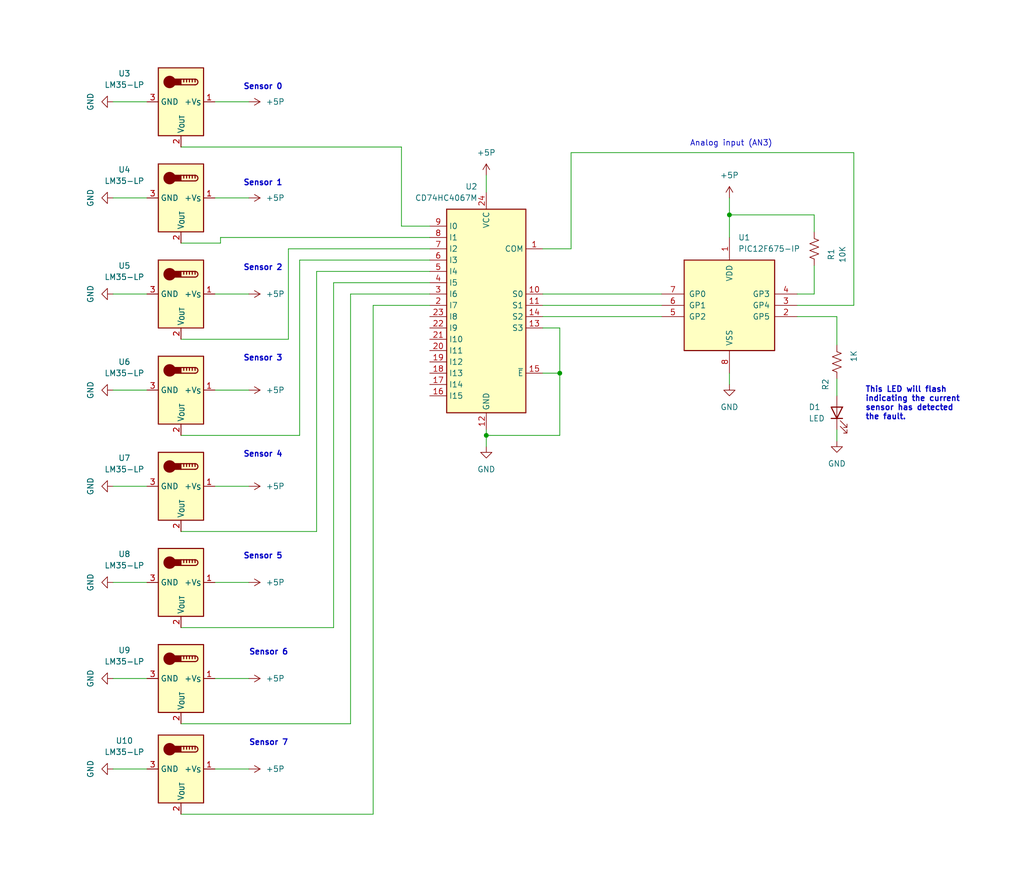
<source format=kicad_sch>
(kicad_sch (version 20230121) (generator eeschema)
  (paper "User" 229.997 199.009)
  (title_block (title "PIC12F675 and 74HC4067 monitoring 8 sensors") (company "Ricardo Lima Caratti"))
  (lib_symbols
    (symbol "74xx:CD74HC4067M"
      (property "Reference" "U" (at -8.89 22.86 0))
      (property "Value" "CD74HC4067M" (at 1.27 22.86 0))
      (symbol "CD74HC4067M_0_1"
        (rectangle (start -8.89 21.59) (end 8.89 -24.13) (stroke (width 0.254)) (fill (type background)))
      )
      (symbol "CD74HC4067M_1_1"
        (pin passive line (at -12.7 12.7 0) (length 3.81) (name "COM") (number "1"))
        (pin input line (at -12.7 2.54 0) (length 3.81) (name "S0") (number "10"))
        (pin input line (at -12.7 0 0) (length 3.81) (name "S1") (number "11"))
        (pin power_in line (at 0 -27.94 90) (length 3.81) (name "GND") (number "12"))
        (pin input line (at -12.7 -5.08 0) (length 3.81) (name "S3") (number "13"))
        (pin input line (at -12.7 -2.54 0) (length 3.81) (name "S2") (number "14"))
        (pin input line (at -12.7 -15.24 0) (length 3.81) (name "~{E}") (number "15"))
        (pin passive line (at 12.7 -20.32 180) (length 3.81) (name "I15") (number "16"))
        (pin passive line (at 12.7 -17.78 180) (length 3.81) (name "I14") (number "17"))
        (pin passive line (at 12.7 -15.24 180) (length 3.81) (name "I13") (number "18"))
        (pin passive line (at 12.7 -12.7 180) (length 3.81) (name "I12") (number "19"))
        (pin passive line (at 12.7 0 180) (length 3.81) (name "I7") (number "2"))
        (pin passive line (at 12.7 -10.16 180) (length 3.81) (name "I11") (number "20"))
        (pin passive line (at 12.7 -7.62 180) (length 3.81) (name "I10") (number "21"))
        (pin passive line (at 12.7 -5.08 180) (length 3.81) (name "I9") (number "22"))
        (pin passive line (at 12.7 -2.54 180) (length 3.81) (name "I8") (number "23"))
        (pin power_in line (at 0 25.4 270) (length 3.81) (name "VCC") (number "24"))
        (pin passive line (at 12.7 2.54 180) (length 3.81) (name "I6") (number "3"))
        (pin passive line (at 12.7 5.08 180) (length 3.81) (name "I5") (number "4"))
        (pin passive line (at 12.7 7.62 180) (length 3.81) (name "I4") (number "5"))
        (pin passive line (at 12.7 10.16 180) (length 3.81) (name "I3") (number "6"))
        (pin passive line (at 12.7 12.7 180) (length 3.81) (name "I2") (number "7"))
        (pin passive line (at 12.7 15.24 180) (length 3.81) (name "I1") (number "8"))
        (pin passive line (at 12.7 17.78 180) (length 3.81) (name "I0") (number "9"))
      )
    )
    (symbol "Device:LED" (pin_numbers hide) (pin_names (offset 1.016) hide)
      (property "Reference" "D" (at 0 2.54 0))
      (property "Value" "LED" (at 0 -2.54 0))
      (symbol "LED_0_1"
        (polyline (pts (xy -1.27 -1.27) (xy -1.27 1.27)) (stroke (width 0.254)))
        (polyline (pts (xy -1.27 0) (xy 1.27 0)))
        (polyline (pts (xy 1.27 -1.27) (xy 1.27 1.27) (xy -1.27 0) (xy 1.27 -1.27)) (stroke (width 0.254)))
        (polyline (pts (xy -3.048 -0.762) (xy -4.572 -2.286) (xy -3.81 -2.286) (xy -4.572 -2.286) (xy -4.572 -1.524)))
        (polyline (pts (xy -1.778 -0.762) (xy -3.302 -2.286) (xy -2.54 -2.286) (xy -3.302 -2.286) (xy -3.302 -1.524)))
      )
      (symbol "LED_1_1"
        (pin passive line (at -3.81 0 0) (length 2.54) (name "K") (number "1"))
        (pin passive line (at 3.81 0 180) (length 2.54) (name "A") (number "2"))
      )
    )
    (symbol "Device:R_US" (pin_numbers hide) (pin_names (offset 0))
      (property "Reference" "R" (at 2.54 0 90))
      (property "Value" "R_US" (at -2.54 0 90))
      (symbol "R_US_0_1"
        (polyline (pts (xy 0 -2.286) (xy 0 -2.54)))
        (polyline (pts (xy 0 2.286) (xy 0 2.54)))
        (polyline (pts (xy 0 -0.762) (xy 1.016 -1.143) (xy 0 -1.524) (xy -1.016 -1.905) (xy 0 -2.286)))
        (polyline (pts (xy 0 0.762) (xy 1.016 0.381) (xy 0 0) (xy -1.016 -0.381) (xy 0 -0.762)))
        (polyline (pts (xy 0 2.286) (xy 1.016 1.905) (xy 0 1.524) (xy -1.016 1.143) (xy 0 0.762)))
      )
      (symbol "R_US_1_1"
        (pin passive line (at 0 3.81 270) (length 1.27) (name "~") (number "1"))
        (pin passive line (at 0 -3.81 90) (length 1.27) (name "~") (number "2"))
      )
    )
    (symbol "MCU_Microchip_PIC12:PIC12F675-IP" (pin_names (offset 1.016))
      (property "Reference" "U" (at 1.27 13.97 0))
      (property "Value" "PIC12F675-IP" (at 1.27 11.43 0))
      (symbol "PIC12F675-IP_0_1"
        (rectangle (start 10.16 -10.16) (end -10.16 10.16) (stroke (width 0.254)) (fill (type background)))
      )
      (symbol "PIC12F675-IP_1_1"
        (pin power_in line (at 0 15.24 270) (length 5.08) (name "VDD") (number "1"))
        (pin bidirectional line (at 15.24 -2.54 180) (length 5.08) (name "GP5") (number "2"))
        (pin bidirectional line (at 15.24 0 180) (length 5.08) (name "GP4") (number "3"))
        (pin input line (at 15.24 2.54 180) (length 5.08) (name "GP3") (number "4"))
        (pin bidirectional line (at -15.24 -2.54 0) (length 5.08) (name "GP2") (number "5"))
        (pin bidirectional line (at -15.24 0 0) (length 5.08) (name "GP1") (number "6"))
        (pin bidirectional line (at -15.24 2.54 0) (length 5.08) (name "GP0") (number "7"))
        (pin power_in line (at 0 -15.24 90) (length 5.08) (name "VSS") (number "8"))
      )
    )
    (symbol "Sensor_Temperature:LM35-LP"
      (property "Reference" "U" (at -6.35 6.35 0))
      (property "Value" "LM35-LP" (at 1.27 6.35 0))
      (symbol "LM35-LP_0_1"
        (rectangle (start -7.62 5.08) (end 7.62 -5.08) (stroke (width 0.254)) (fill (type background)))
        (circle (center -4.445 -2.54) (radius 1.27) (stroke (width 0.254)) (fill (type outline)))
        (rectangle (start -3.81 -1.905) (end -5.08 0) (stroke (width 0.254)) (fill (type outline)))
        (arc (start -3.81 3.175) (mid -4.445 3.8073) (end -5.08 3.175) (stroke (width 0.254)))
        (polyline (pts (xy -5.08 0.635) (xy -4.445 0.635)) (stroke (width 0.254)))
        (polyline (pts (xy -5.08 1.27) (xy -4.445 1.27)) (stroke (width 0.254)))
        (polyline (pts (xy -5.08 1.905) (xy -4.445 1.905)) (stroke (width 0.254)))
        (polyline (pts (xy -5.08 2.54) (xy -4.445 2.54)) (stroke (width 0.254)))
        (polyline (pts (xy -5.08 3.175) (xy -5.08 0)) (stroke (width 0.254)))
        (polyline (pts (xy -5.08 3.175) (xy -4.445 3.175)) (stroke (width 0.254)))
        (polyline (pts (xy -3.81 3.175) (xy -3.81 0)) (stroke (width 0.254)))
      )
      (symbol "LM35-LP_1_1"
        (pin power_in line (at 0 7.62 270) (length 2.54) (name "+V_{S}") (number "1"))
        (pin output line (at 10.16 0 180) (length 2.54) (name "V_{OUT}") (number "2"))
        (pin power_in line (at 0 -7.62 90) (length 2.54) (name "GND") (number "3"))
      )
    )
    (symbol "power:+5P" (power) (pin_names (offset 0))
      (property "Value" "+5P" (at 0 3.556 0))
      (symbol "+5P_0_1"
        (polyline (pts (xy -0.762 1.27) (xy 0 2.54)))
        (polyline (pts (xy 0 0) (xy 0 2.54)))
        (polyline (pts (xy 0 2.54) (xy 0.762 1.27)))
      )
      (symbol "+5P_1_1"
        (pin power_in line (at 0 0 90) (length 0) hide (name "+5P") (number "1"))
      )
    )
    (symbol "power:GND" (power) (pin_names (offset 0))
      (property "Value" "GND" (at 0 -3.81 0))
      (symbol "GND_0_1"
        (polyline (pts (xy 0 0) (xy 0 -1.27) (xy 1.27 -1.27) (xy 0 -2.54) (xy -1.27 -1.27) (xy 0 -1.27)))
      )
      (symbol "GND_1_1"
        (pin power_in line (at 0 0 270) (length 0) hide (name "GND") (number "1"))
      )
    )
  )
  (junction (at 109.22 97.79))
  (junction (at 125.73 83.82))
  (junction (at 163.83 48.26))
  (wire (pts (xy 191.77 34.29) (xy 191.77 68.58)))
  (wire (pts (xy 40.64 33.02) (xy 90.17 33.02)))
  (wire (pts (xy 71.12 119.38) (xy 71.12 60.96)))
  (wire (pts (xy 83.82 68.58) (xy 96.52 68.58)))
  (wire (pts (xy 128.27 55.88) (xy 128.27 34.29)))
  (wire (pts (xy 187.96 96.52) (xy 187.96 99.06)))
  (wire (pts (xy 83.82 182.88) (xy 83.82 68.58)))
  (wire (pts (xy 25.4 22.86) (xy 33.02 22.86)))
  (wire (pts (xy 64.77 76.2) (xy 64.77 55.88)))
  (wire (pts (xy 182.88 52.07) (xy 182.88 48.26)))
  (wire (pts (xy 179.07 66.04) (xy 182.88 66.04)))
  (wire (pts (xy 64.77 55.88) (xy 96.52 55.88)))
  (wire (pts (xy 121.92 55.88) (xy 128.27 55.88)))
  (wire (pts (xy 125.73 83.82) (xy 125.73 97.79)))
  (wire (pts (xy 40.64 162.56) (xy 78.74 162.56)))
  (wire (pts (xy 187.96 85.09) (xy 187.96 88.9)))
  (wire (pts (xy 163.83 48.26) (xy 163.83 53.34)))
  (wire (pts (xy 67.31 58.42) (xy 96.52 58.42)))
  (wire (pts (xy 48.26 172.72) (xy 55.88 172.72)))
  (wire (pts (xy 163.83 44.45) (xy 163.83 48.26)))
  (wire (pts (xy 25.4 66.04) (xy 33.02 66.04)))
  (wire (pts (xy 48.26 152.4) (xy 55.88 152.4)))
  (wire (pts (xy 25.4 130.81) (xy 33.02 130.81)))
  (wire (pts (xy 40.64 119.38) (xy 71.12 119.38)))
  (wire (pts (xy 48.26 66.04) (xy 55.88 66.04)))
  (wire (pts (xy 121.92 71.12) (xy 148.59 71.12)))
  (wire (pts (xy 48.26 87.63) (xy 55.88 87.63)))
  (wire (pts (xy 96.52 53.34) (xy 49.53 53.34)))
  (wire (pts (xy 25.4 87.63) (xy 33.02 87.63)))
  (wire (pts (xy 40.64 97.79) (xy 67.31 97.79)))
  (wire (pts (xy 48.26 130.81) (xy 55.88 130.81)))
  (wire (pts (xy 40.64 54.61) (xy 49.53 54.61)))
  (wire (pts (xy 48.26 44.45) (xy 55.88 44.45)))
  (wire (pts (xy 25.4 172.72) (xy 33.02 172.72)))
  (wire (pts (xy 90.17 33.02) (xy 90.17 50.8)))
  (wire (pts (xy 121.92 68.58) (xy 148.59 68.58)))
  (wire (pts (xy 128.27 34.29) (xy 191.77 34.29)))
  (wire (pts (xy 109.22 97.79) (xy 125.73 97.79)))
  (wire (pts (xy 78.74 66.04) (xy 96.52 66.04)))
  (wire (pts (xy 25.4 109.22) (xy 33.02 109.22)))
  (wire (pts (xy 109.22 39.37) (xy 109.22 43.18)))
  (wire (pts (xy 163.83 48.26) (xy 182.88 48.26)))
  (wire (pts (xy 25.4 44.45) (xy 33.02 44.45)))
  (wire (pts (xy 121.92 73.66) (xy 125.73 73.66)))
  (wire (pts (xy 121.92 66.04) (xy 148.59 66.04)))
  (wire (pts (xy 40.64 140.97) (xy 74.93 140.97)))
  (wire (pts (xy 78.74 162.56) (xy 78.74 66.04)))
  (wire (pts (xy 40.64 76.2) (xy 64.77 76.2)))
  (wire (pts (xy 163.83 83.82) (xy 163.83 86.36)))
  (wire (pts (xy 74.93 63.5) (xy 96.52 63.5)))
  (wire (pts (xy 125.73 73.66) (xy 125.73 83.82)))
  (wire (pts (xy 48.26 22.86) (xy 55.88 22.86)))
  (wire (pts (xy 48.26 109.22) (xy 55.88 109.22)))
  (wire (pts (xy 179.07 71.12) (xy 187.96 71.12)))
  (wire (pts (xy 49.53 53.34) (xy 49.53 54.61)))
  (wire (pts (xy 40.64 182.88) (xy 83.82 182.88)))
  (wire (pts (xy 179.07 68.58) (xy 191.77 68.58)))
  (wire (pts (xy 182.88 59.69) (xy 182.88 66.04)))
  (wire (pts (xy 109.22 96.52) (xy 109.22 97.79)))
  (wire (pts (xy 67.31 97.79) (xy 67.31 58.42)))
  (wire (pts (xy 74.93 140.97) (xy 74.93 63.5)))
  (wire (pts (xy 109.22 97.79) (xy 109.22 100.33)))
  (wire (pts (xy 25.4 152.4) (xy 33.02 152.4)))
  (wire (pts (xy 71.12 60.96) (xy 96.52 60.96)))
  (wire (pts (xy 187.96 71.12) (xy 187.96 77.47)))
  (wire (pts (xy 90.17 50.8) (xy 96.52 50.8)))
  (wire (pts (xy 121.92 83.82) (xy 125.73 83.82)))
  (text "Sensor 7" (at 55.88 167.64 0) (effects (font (size 1.27 1.27) (thickness 0.254) bold) (justify left bottom)))
  (text "This LED will flash\nindicating the current\nsensor has detected \nthe fault.\n\n" (at 194.31 96.52 0) (effects (font (size 1.27 1.27) (thickness 0.254) bold) (justify left bottom)))
  (text "Sensor 2" (at 54.61 60.96 0) (effects (font (size 1.27 1.27) (thickness 0.254) bold) (justify left bottom)))
  (text "Sensor 4" (at 54.61 102.87 0) (effects (font (size 1.27 1.27) (thickness 0.254) bold) (justify left bottom)))
  (text "Sensor 6" (at 55.88 147.32 0) (effects (font (size 1.27 1.27) (thickness 0.254) bold) (justify left bottom)))
  (text "Sensor 1" (at 54.61 41.91 0) (effects (font (size 1.27 1.27) (thickness 0.254) bold) (justify left bottom)))
  (text "Sensor 3" (at 54.61 81.28 0) (effects (font (size 1.27 1.27) (thickness 0.254) bold) (justify left bottom)))
  (text "Analog input (AN3)" (at 154.94 33.02 0) (effects (font (size 1.27 1.27)) (justify left bottom)))
  (text "Sensor 5" (at 54.61 125.73 0) (effects (font (size 1.27 1.27) (thickness 0.254) bold) (justify left bottom)))
  (text "Sensor 0" (at 54.61 20.32 0) (effects (font (size 1.27 1.27) (thickness 0.254) bold) (justify left bottom)))
  (symbol (lib_id "power:+5P") (at 55.88 44.45 270) (unit 1)
    (property "Reference" "#PWR07" (effects hide))
    (property "Value" "+5P" (at 59.69 44.45 90) (effects (justify left)))
  )
  (symbol (lib_id "Sensor_Temperature:LM35-LP") (at 40.64 109.22 270) (unit 1)
    (property "Reference" "U7" (at 27.94 102.87 90))
    (property "Value" "LM35-LP" (at 27.94 105.41 90))
    (property "Footprint" "Package_TO_SOT_THT:TO-92_Inline" (effects hide))
    (property "Datasheet" "http://www.ti.com/lit/ds/symlink/lm35.pdf" (effects hide))
  )
  (symbol (lib_id "power:GND") (at 187.96 99.06 0) (unit 1)
    (property "Reference" "#PWR013" (effects hide))
    (property "Value" "GND" (at 187.96 104.14 0))
  )
  (symbol (lib_id "Device:R_US") (at 182.88 55.88 180) (unit 1)
    (property "Reference" "R1" (at 186.69 57.15 90))
    (property "Value" "10K" (at 189.23 57.15 90))
  )
  (symbol (lib_id "power:GND") (at 25.4 172.72 270) (unit 1)
    (property "Reference" "#PWR020" (effects hide))
    (property "Value" "GND" (at 20.32 172.72 0))
  )
  (symbol (lib_id "power:GND") (at 25.4 44.45 270) (unit 1)
    (property "Reference" "#PWR06" (effects hide))
    (property "Value" "GND" (at 20.32 44.45 0))
  )
  (symbol (lib_id "power:+5P") (at 55.88 109.22 270) (unit 1)
    (property "Reference" "#PWR015" (effects hide))
    (property "Value" "+5P" (at 59.69 109.22 90) (effects (justify left)))
  )
  (symbol (lib_id "74xx:CD74HC4067M") (at 109.22 68.58 0) (mirror y) (unit 1)
    (property "Reference" "U2" (at 107.2641 41.91 0) (effects (justify left)))
    (property "Value" "CD74HC4067M" (at 107.2641 44.45 0) (effects (justify left)))
    (property "Footprint" "Package_SO:SOIC-24W_7.5x15.4mm_P1.27mm" (effects hide))
    (property "Datasheet" "http://www.ti.com/lit/ds/symlink/cd74hc4067.pdf" (effects hide))
  )
  (symbol (lib_id "power:+5P") (at 163.83 44.45 0) (unit 1)
    (property "Reference" "#PWR01" (effects hide))
    (property "Value" "+5P" (at 163.83 39.37 0))
  )
  (symbol (lib_id "power:GND") (at 25.4 66.04 270) (unit 1)
    (property "Reference" "#PWR08" (effects hide))
    (property "Value" "GND" (at 20.32 66.04 0))
  )
  (symbol (lib_id "power:+5P") (at 55.88 172.72 270) (unit 1)
    (property "Reference" "#PWR021" (effects hide))
    (property "Value" "+5P" (at 59.69 172.72 90) (effects (justify left)))
  )
  (symbol (lib_id "power:GND") (at 25.4 87.63 270) (unit 1)
    (property "Reference" "#PWR010" (effects hide))
    (property "Value" "GND" (at 20.32 87.63 0))
  )
  (symbol (lib_id "Sensor_Temperature:LM35-LP") (at 40.64 22.86 270) (unit 1)
    (property "Reference" "U3" (at 27.94 16.51 90))
    (property "Value" "LM35-LP" (at 27.94 19.05 90))
    (property "Footprint" "Package_TO_SOT_THT:TO-92_Inline" (effects hide))
    (property "Datasheet" "http://www.ti.com/lit/ds/symlink/lm35.pdf" (effects hide))
  )
  (symbol (lib_id "power:+5P") (at 55.88 22.86 270) (unit 1)
    (property "Reference" "#PWR014" (effects hide))
    (property "Value" "+5P" (at 59.69 22.86 90) (effects (justify left)))
  )
  (symbol (lib_id "MCU_Microchip_PIC12:PIC12F675-IP") (at 163.83 68.58 0) (unit 1)
    (property "Reference" "U1" (at 165.7859 53.34 0) (effects (justify left)))
    (property "Value" "PIC12F675-IP" (at 165.7859 55.88 0) (effects (justify left)))
    (property "Footprint" "Package_DIP:DIP-8_W7.62mm" (effects hide))
    (property "Datasheet" "http://ww1.microchip.com/downloads/en/DeviceDoc/41190G.pdf" (effects hide))
  )
  (symbol (lib_id "power:GND") (at 25.4 109.22 270) (unit 1)
    (property "Reference" "#PWR012" (effects hide))
    (property "Value" "GND" (at 20.32 109.22 0))
  )
  (symbol (lib_id "power:+5P") (at 55.88 66.04 270) (unit 1)
    (property "Reference" "#PWR09" (effects hide))
    (property "Value" "+5P" (at 59.69 66.04 90) (effects (justify left)))
  )
  (symbol (lib_id "Sensor_Temperature:LM35-LP") (at 40.64 66.04 270) (unit 1)
    (property "Reference" "U5" (at 27.94 59.69 90))
    (property "Value" "LM35-LP" (at 27.94 62.23 90))
    (property "Footprint" "Package_TO_SOT_THT:TO-92_Inline" (effects hide))
    (property "Datasheet" "http://www.ti.com/lit/ds/symlink/lm35.pdf" (effects hide))
  )
  (symbol (lib_id "power:+5P") (at 109.22 39.37 0) (unit 1)
    (property "Reference" "#PWR04" (effects hide))
    (property "Value" "+5P" (at 109.22 34.29 0))
  )
  (symbol (lib_id "power:+5P") (at 55.88 87.63 270) (unit 1)
    (property "Reference" "#PWR011" (effects hide))
    (property "Value" "+5P" (at 59.69 87.63 90) (effects (justify left)))
  )
  (symbol (lib_id "power:GND") (at 25.4 152.4 270) (unit 1)
    (property "Reference" "#PWR018" (effects hide))
    (property "Value" "GND" (at 20.32 152.4 0))
  )
  (symbol (lib_id "power:GND") (at 25.4 130.81 270) (unit 1)
    (property "Reference" "#PWR016" (effects hide))
    (property "Value" "GND" (at 20.32 130.81 0))
  )
  (symbol (lib_id "power:GND") (at 109.22 100.33 0) (unit 1)
    (property "Reference" "#PWR02" (effects hide))
    (property "Value" "GND" (at 109.22 105.41 0))
  )
  (symbol (lib_id "Sensor_Temperature:LM35-LP") (at 40.64 87.63 270) (unit 1)
    (property "Reference" "U6" (at 27.94 81.28 90))
    (property "Value" "LM35-LP" (at 27.94 83.82 90))
    (property "Footprint" "Package_TO_SOT_THT:TO-92_Inline" (effects hide))
    (property "Datasheet" "http://www.ti.com/lit/ds/symlink/lm35.pdf" (effects hide))
  )
  (symbol (lib_id "Device:LED") (at 187.96 92.71 90) (unit 1)
    (property "Reference" "D1" (at 181.61 91.44 90) (effects (justify right)))
    (property "Value" "LED" (at 181.61 93.98 90) (effects (justify right)))
  )
  (symbol (lib_id "Device:R_US") (at 187.96 81.28 0) (unit 1)
    (property "Reference" "R2" (at 185.42 86.36 90))
    (property "Value" "1K" (at 191.77 80.01 90))
  )
  (symbol (lib_id "Sensor_Temperature:LM35-LP") (at 40.64 152.4 270) (unit 1)
    (property "Reference" "U9" (at 27.94 146.05 90))
    (property "Value" "LM35-LP" (at 27.94 148.59 90))
    (property "Footprint" "Package_TO_SOT_THT:TO-92_Inline" (effects hide))
    (property "Datasheet" "http://www.ti.com/lit/ds/symlink/lm35.pdf" (effects hide))
  )
  (symbol (lib_id "Sensor_Temperature:LM35-LP") (at 40.64 130.81 270) (unit 1)
    (property "Reference" "U8" (at 27.94 124.46 90))
    (property "Value" "LM35-LP" (at 27.94 127 90))
    (property "Footprint" "Package_TO_SOT_THT:TO-92_Inline" (effects hide))
    (property "Datasheet" "http://www.ti.com/lit/ds/symlink/lm35.pdf" (effects hide))
  )
  (symbol (lib_id "Sensor_Temperature:LM35-LP") (at 40.64 44.45 270) (unit 1)
    (property "Reference" "U4" (at 27.94 38.1 90))
    (property "Value" "LM35-LP" (at 27.94 40.64 90))
    (property "Footprint" "Package_TO_SOT_THT:TO-92_Inline" (effects hide))
    (property "Datasheet" "http://www.ti.com/lit/ds/symlink/lm35.pdf" (effects hide))
  )
  (symbol (lib_id "Sensor_Temperature:LM35-LP") (at 40.64 172.72 270) (unit 1)
    (property "Reference" "U10" (at 27.94 166.37 90))
    (property "Value" "LM35-LP" (at 27.94 168.91 90))
    (property "Footprint" "Package_TO_SOT_THT:TO-92_Inline" (effects hide))
    (property "Datasheet" "http://www.ti.com/lit/ds/symlink/lm35.pdf" (effects hide))
  )
  (symbol (lib_id "power:GND") (at 25.4 22.86 270) (unit 1)
    (property "Reference" "#PWR05" (effects hide))
    (property "Value" "GND" (at 20.32 22.86 0))
  )
  (symbol (lib_id "power:+5P") (at 55.88 152.4 270) (unit 1)
    (property "Reference" "#PWR019" (effects hide))
    (property "Value" "+5P" (at 59.69 152.4 90) (effects (justify left)))
  )
  (symbol (lib_id "power:GND") (at 163.83 86.36 0) (unit 1)
    (property "Reference" "#PWR03" (effects hide))
    (property "Value" "GND" (at 163.83 91.44 0))
  )
  (symbol (lib_id "power:+5P") (at 55.88 130.81 270) (unit 1)
    (property "Reference" "#PWR017" (effects hide))
    (property "Value" "+5P" (at 59.69 130.81 90) (effects (justify left)))
  )
)
</source>
